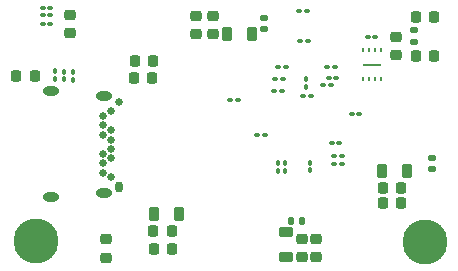
<source format=gbr>
%TF.GenerationSoftware,KiCad,Pcbnew,7.0.6*%
%TF.CreationDate,2024-03-24T10:59:23+08:00*%
%TF.ProjectId,USB3 Hub,55534233-2048-4756-922e-6b696361645f,rev?*%
%TF.SameCoordinates,Original*%
%TF.FileFunction,Soldermask,Bot*%
%TF.FilePolarity,Negative*%
%FSLAX46Y46*%
G04 Gerber Fmt 4.6, Leading zero omitted, Abs format (unit mm)*
G04 Created by KiCad (PCBNEW 7.0.6) date 2024-03-24 10:59:23*
%MOMM*%
%LPD*%
G01*
G04 APERTURE LIST*
G04 Aperture macros list*
%AMRoundRect*
0 Rectangle with rounded corners*
0 $1 Rounding radius*
0 $2 $3 $4 $5 $6 $7 $8 $9 X,Y pos of 4 corners*
0 Add a 4 corners polygon primitive as box body*
4,1,4,$2,$3,$4,$5,$6,$7,$8,$9,$2,$3,0*
0 Add four circle primitives for the rounded corners*
1,1,$1+$1,$2,$3*
1,1,$1+$1,$4,$5*
1,1,$1+$1,$6,$7*
1,1,$1+$1,$8,$9*
0 Add four rect primitives between the rounded corners*
20,1,$1+$1,$2,$3,$4,$5,0*
20,1,$1+$1,$4,$5,$6,$7,0*
20,1,$1+$1,$6,$7,$8,$9,0*
20,1,$1+$1,$8,$9,$2,$3,0*%
G04 Aperture macros list end*
%ADD10C,3.800000*%
%ADD11C,0.650000*%
%ADD12O,0.650000X0.950000*%
%ADD13O,1.400000X0.800000*%
%ADD14RoundRect,0.100000X-0.130000X-0.100000X0.130000X-0.100000X0.130000X0.100000X-0.130000X0.100000X0*%
%ADD15RoundRect,0.147500X0.172500X-0.147500X0.172500X0.147500X-0.172500X0.147500X-0.172500X-0.147500X0*%
%ADD16RoundRect,0.225000X-0.250000X0.225000X-0.250000X-0.225000X0.250000X-0.225000X0.250000X0.225000X0*%
%ADD17RoundRect,0.225000X0.250000X-0.225000X0.250000X0.225000X-0.250000X0.225000X-0.250000X-0.225000X0*%
%ADD18RoundRect,0.100000X0.130000X0.100000X-0.130000X0.100000X-0.130000X-0.100000X0.130000X-0.100000X0*%
%ADD19RoundRect,0.100000X0.100000X-0.130000X0.100000X0.130000X-0.100000X0.130000X-0.100000X-0.130000X0*%
%ADD20RoundRect,0.218750X0.381250X-0.218750X0.381250X0.218750X-0.381250X0.218750X-0.381250X-0.218750X0*%
%ADD21RoundRect,0.225000X-0.225000X-0.250000X0.225000X-0.250000X0.225000X0.250000X-0.225000X0.250000X0*%
%ADD22R,0.250000X0.400000*%
%ADD23RoundRect,0.050000X-0.750000X0.050000X-0.750000X-0.050000X0.750000X-0.050000X0.750000X0.050000X0*%
%ADD24RoundRect,0.225000X0.225000X0.250000X-0.225000X0.250000X-0.225000X-0.250000X0.225000X-0.250000X0*%
%ADD25RoundRect,0.218750X-0.218750X-0.381250X0.218750X-0.381250X0.218750X0.381250X-0.218750X0.381250X0*%
%ADD26RoundRect,0.100000X-0.100000X0.130000X-0.100000X-0.130000X0.100000X-0.130000X0.100000X0.130000X0*%
%ADD27RoundRect,0.147500X-0.147500X-0.172500X0.147500X-0.172500X0.147500X0.172500X-0.147500X0.172500X0*%
G04 APERTURE END LIST*
D10*
%TO.C,H1*%
X124340000Y-100800000D03*
%TD*%
%TO.C,H2*%
X157260000Y-100860000D03*
%TD*%
D11*
%TO.C,J1*%
X131340000Y-88980000D03*
D12*
X131340000Y-96180000D03*
D11*
X130690000Y-95380000D03*
X129990000Y-94980000D03*
X129990000Y-94180000D03*
X130690000Y-93780000D03*
X129990000Y-93380000D03*
X130690000Y-92980000D03*
X130690000Y-92180000D03*
X129990000Y-91780000D03*
X130690000Y-91380000D03*
X129990000Y-90980000D03*
X129990000Y-90180000D03*
X130690000Y-89780000D03*
D13*
X125630000Y-88090000D03*
X130090000Y-88450000D03*
X130090000Y-96710000D03*
X125630000Y-97070000D03*
%TD*%
D14*
%TO.C,R14*%
X144860000Y-86060000D03*
X145500000Y-86060000D03*
%TD*%
D15*
%TO.C,D13*%
X143650000Y-82835000D03*
X143650000Y-81865000D03*
%TD*%
D14*
%TO.C,R12*%
X148690000Y-87600000D03*
X149330000Y-87600000D03*
%TD*%
D15*
%TO.C,L3*%
X156380000Y-83885000D03*
X156380000Y-82915000D03*
%TD*%
D16*
%TO.C,C42*%
X130280000Y-100630000D03*
X130280000Y-102180000D03*
%TD*%
D17*
%TO.C,C23*%
X154840000Y-85015000D03*
X154840000Y-83465000D03*
%TD*%
D18*
%TO.C,C24*%
X150260000Y-93600000D03*
X149620000Y-93600000D03*
%TD*%
D17*
%TO.C,C48*%
X148030000Y-102115000D03*
X148030000Y-100565000D03*
%TD*%
D14*
%TO.C,C22*%
X146720000Y-83870000D03*
X147360000Y-83870000D03*
%TD*%
D15*
%TO.C,D10*%
X157900000Y-94675000D03*
X157900000Y-93705000D03*
%TD*%
D14*
%TO.C,C38*%
X149000000Y-86030000D03*
X149640000Y-86030000D03*
%TD*%
D19*
%TO.C,C28*%
X144880000Y-94820000D03*
X144880000Y-94180000D03*
%TD*%
D20*
%TO.C,L6*%
X145500000Y-102162500D03*
X145500000Y-100037500D03*
%TD*%
D21*
%TO.C,C15*%
X153725000Y-96280000D03*
X155275000Y-96280000D03*
%TD*%
D14*
%TO.C,C4*%
X124900000Y-81060000D03*
X125540000Y-81060000D03*
%TD*%
D22*
%TO.C,U4*%
X152070000Y-84580000D03*
X152570000Y-84580000D03*
X153070000Y-84580000D03*
X153570000Y-84580000D03*
X153570000Y-87080000D03*
X153070000Y-87080000D03*
X152570000Y-87080000D03*
X152070000Y-87080000D03*
D23*
X152820000Y-85830000D03*
%TD*%
D18*
%TO.C,R11*%
X145240000Y-87010000D03*
X144600000Y-87010000D03*
%TD*%
%TO.C,C30*%
X151710000Y-90030000D03*
X151070000Y-90030000D03*
%TD*%
D19*
%TO.C,C3*%
X125990000Y-87050000D03*
X125990000Y-86410000D03*
%TD*%
D18*
%TO.C,R24*%
X153080000Y-83470000D03*
X152440000Y-83470000D03*
%TD*%
D21*
%TO.C,C41*%
X156485000Y-81770000D03*
X158035000Y-81770000D03*
%TD*%
D24*
%TO.C,C44*%
X134245000Y-85540000D03*
X132695000Y-85540000D03*
%TD*%
D21*
%TO.C,C12*%
X153715000Y-97590000D03*
X155265000Y-97590000D03*
%TD*%
%TO.C,C40*%
X156515000Y-85110000D03*
X158065000Y-85110000D03*
%TD*%
D14*
%TO.C,C21*%
X146620000Y-81270000D03*
X147260000Y-81270000D03*
%TD*%
D18*
%TO.C,C27*%
X141410000Y-88860000D03*
X140770000Y-88860000D03*
%TD*%
D24*
%TO.C,C5*%
X124225000Y-86760000D03*
X122675000Y-86760000D03*
%TD*%
D17*
%TO.C,C11*%
X139320000Y-83265000D03*
X139320000Y-81715000D03*
%TD*%
D25*
%TO.C,L8*%
X140487500Y-83220000D03*
X142612500Y-83220000D03*
%TD*%
%TO.C,L7*%
X134297500Y-98480000D03*
X136422500Y-98480000D03*
%TD*%
D18*
%TO.C,C34*%
X150020000Y-92450000D03*
X149380000Y-92450000D03*
%TD*%
D19*
%TO.C,C29*%
X145400000Y-94820000D03*
X145400000Y-94180000D03*
%TD*%
D18*
%TO.C,R3*%
X125550000Y-81610000D03*
X124910000Y-81610000D03*
%TD*%
D21*
%TO.C,C49*%
X134275000Y-99960000D03*
X135825000Y-99960000D03*
%TD*%
D18*
%TO.C,C25*%
X150240000Y-94260000D03*
X149600000Y-94260000D03*
%TD*%
D14*
%TO.C,R4*%
X124900000Y-82360000D03*
X125540000Y-82360000D03*
%TD*%
D26*
%TO.C,C31*%
X147250000Y-87070000D03*
X147250000Y-87710000D03*
%TD*%
D17*
%TO.C,C47*%
X137870000Y-83235000D03*
X137870000Y-81685000D03*
%TD*%
D18*
%TO.C,R13*%
X147630000Y-88470000D03*
X146990000Y-88470000D03*
%TD*%
D19*
%TO.C,R2*%
X126760000Y-87090000D03*
X126760000Y-86450000D03*
%TD*%
D17*
%TO.C,C6*%
X127210000Y-83145000D03*
X127210000Y-81595000D03*
%TD*%
D25*
%TO.C,L5*%
X153657500Y-94870000D03*
X155782500Y-94870000D03*
%TD*%
D24*
%TO.C,C45*%
X134205000Y-86980000D03*
X132655000Y-86980000D03*
%TD*%
D19*
%TO.C,C35*%
X147560000Y-94790000D03*
X147560000Y-94150000D03*
%TD*%
D18*
%TO.C,R15*%
X149790000Y-86940000D03*
X149150000Y-86940000D03*
%TD*%
D27*
%TO.C,D11*%
X145932500Y-99050000D03*
X146902500Y-99050000D03*
%TD*%
D17*
%TO.C,C18*%
X146890000Y-102135000D03*
X146890000Y-100585000D03*
%TD*%
D26*
%TO.C,R1*%
X127470000Y-86500000D03*
X127470000Y-87140000D03*
%TD*%
D14*
%TO.C,C26*%
X143090000Y-91760000D03*
X143730000Y-91760000D03*
%TD*%
%TO.C,C37*%
X144520000Y-88060000D03*
X145160000Y-88060000D03*
%TD*%
D21*
%TO.C,C50*%
X134315000Y-101410000D03*
X135865000Y-101410000D03*
%TD*%
M02*

</source>
